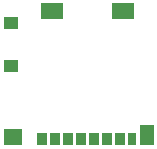
<source format=gbp>
G04*
G04 #@! TF.GenerationSoftware,Altium Limited,Altium Designer,24.0.1 (36)*
G04*
G04 Layer_Color=128*
%FSLAX44Y44*%
%MOMM*%
G71*
G04*
G04 #@! TF.SameCoordinates,BFD44B55-2052-4A58-B096-8A348341E0BB*
G04*
G04*
G04 #@! TF.FilePolarity,Positive*
G04*
G01*
G75*
%ADD52R,1.1700X1.8000*%
%ADD53R,0.7500X1.1000*%
%ADD54R,0.8500X1.1000*%
%ADD55R,1.5500X1.3500*%
%ADD56R,1.2000X1.0000*%
%ADD57R,1.9000X1.3500*%
D52*
X205475Y162375D02*
D03*
D53*
X193375Y158875D02*
D03*
D54*
X182875D02*
D03*
X171875D02*
D03*
X160875D02*
D03*
X149875D02*
D03*
X138875D02*
D03*
X127875D02*
D03*
X116875D02*
D03*
D55*
X92275Y160125D02*
D03*
D56*
X90525Y257375D02*
D03*
Y220375D02*
D03*
D57*
X125525Y267125D02*
D03*
X185225D02*
D03*
M02*

</source>
